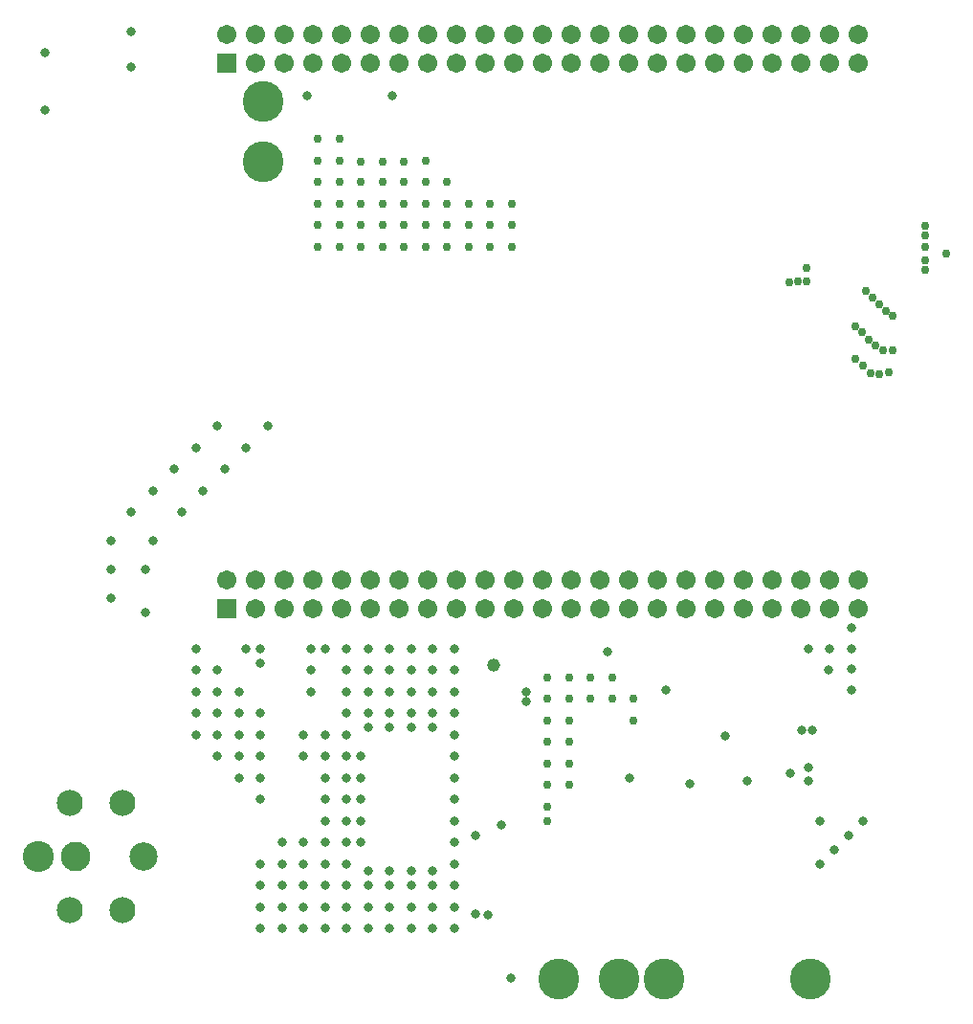
<source format=gbr>
G04 EAGLE Gerber RS-274X export*
G75*
%MOMM*%
%FSLAX34Y34*%
%LPD*%
%INSoldermask Bottom*%
%IPPOS*%
%AMOC8*
5,1,8,0,0,1.08239X$1,22.5*%
G01*
%ADD10R,1.703200X1.703200*%
%ADD11C,1.703200*%
%ADD12C,3.603200*%
%ADD13C,2.503200*%
%ADD14C,2.618200*%
%ADD15C,2.753200*%
%ADD16C,2.303200*%
%ADD17C,0.807200*%
%ADD18C,1.178200*%
%ADD19C,0.762000*%


D10*
X192710Y848660D03*
D11*
X192710Y874060D03*
X218110Y848660D03*
X218110Y874060D03*
X243510Y848660D03*
X243510Y874060D03*
X268910Y848660D03*
X268910Y874060D03*
X294310Y848660D03*
X294310Y874060D03*
X319710Y848660D03*
X319710Y874060D03*
X345110Y848660D03*
X345110Y874060D03*
X370510Y848660D03*
X370510Y874060D03*
X395910Y848660D03*
X395910Y874060D03*
X421310Y848660D03*
X421310Y874060D03*
X446710Y848660D03*
X446710Y874060D03*
X472110Y848660D03*
X472110Y874060D03*
X497510Y848660D03*
X497510Y874060D03*
X522910Y848660D03*
X522910Y874060D03*
X548310Y848660D03*
X548310Y874060D03*
X573710Y848660D03*
X573710Y874060D03*
X599110Y848660D03*
X599110Y874060D03*
X624510Y848660D03*
X624510Y874060D03*
X649910Y848660D03*
X649910Y874060D03*
X675310Y848660D03*
X675310Y874060D03*
X700710Y848660D03*
X700710Y874060D03*
X726110Y848660D03*
X726110Y874060D03*
X751510Y848660D03*
X751510Y874060D03*
D10*
X192710Y366060D03*
D11*
X192710Y391460D03*
X218110Y366060D03*
X218110Y391460D03*
X243510Y366060D03*
X243510Y391460D03*
X268910Y366060D03*
X268910Y391460D03*
X294310Y366060D03*
X294310Y391460D03*
X319710Y366060D03*
X319710Y391460D03*
X345110Y366060D03*
X345110Y391460D03*
X370510Y366060D03*
X370510Y391460D03*
X395910Y366060D03*
X395910Y391460D03*
X421310Y366060D03*
X421310Y391460D03*
X446710Y366060D03*
X446710Y391460D03*
X472110Y366060D03*
X472110Y391460D03*
X497510Y366060D03*
X497510Y391460D03*
X522910Y366060D03*
X522910Y391460D03*
X548310Y366060D03*
X548310Y391460D03*
X573710Y366060D03*
X573710Y391460D03*
X599110Y366060D03*
X599110Y391460D03*
X624510Y366060D03*
X624510Y391460D03*
X649910Y366060D03*
X649910Y391460D03*
X675310Y366060D03*
X675310Y391460D03*
X700710Y366060D03*
X700710Y391460D03*
X726110Y366060D03*
X726110Y391460D03*
X751510Y366060D03*
X751510Y391460D03*
D12*
X708650Y37850D03*
X579050Y37850D03*
X539458Y38280D03*
X486058Y38280D03*
X224264Y760692D03*
X224264Y814092D03*
D13*
X118562Y146644D03*
D14*
X58562Y146644D03*
D15*
X26062Y146644D03*
D16*
X53562Y194144D03*
X100562Y194144D03*
X100562Y99144D03*
X53562Y99144D03*
D17*
X755650Y177800D03*
X742950Y165100D03*
X730250Y152400D03*
X717550Y139700D03*
X717550Y177800D03*
X745490Y293624D03*
X745490Y312081D03*
X745490Y330285D03*
X745490Y348488D03*
X457708Y291846D03*
X457708Y283464D03*
X152400Y450850D03*
X171450Y469900D03*
X190500Y488950D03*
X209550Y508000D03*
X228600Y527050D03*
X184150Y527050D03*
X165100Y508000D03*
X146050Y488950D03*
X127000Y469900D03*
X107950Y450850D03*
X90170Y425450D03*
X90170Y400050D03*
X90170Y374650D03*
X127000Y425450D03*
X120650Y400050D03*
X120650Y361950D03*
X412750Y165100D03*
X412750Y95250D03*
X263144Y819150D03*
X338582Y819912D03*
X107950Y844550D03*
X107950Y876300D03*
X31750Y857250D03*
X31750Y806450D03*
X435610Y174244D03*
D18*
X429006Y315468D03*
D17*
X393700Y330200D03*
X393700Y311150D03*
X393700Y292100D03*
X393700Y273050D03*
X393700Y254000D03*
X393700Y234950D03*
X393700Y215900D03*
X393700Y196850D03*
X393700Y177800D03*
X393700Y158750D03*
X393700Y139700D03*
X393700Y120650D03*
X393700Y101600D03*
X393700Y82550D03*
X374650Y330200D03*
X355600Y330200D03*
X336550Y330200D03*
X317500Y330200D03*
X298450Y330200D03*
X279400Y330200D03*
X266700Y330200D03*
X209550Y330200D03*
X222250Y330200D03*
X298450Y82550D03*
X298450Y101600D03*
X298450Y120650D03*
X298450Y139700D03*
X298450Y158750D03*
X298450Y177800D03*
X298450Y196850D03*
X298450Y215900D03*
X298450Y234950D03*
X298450Y254000D03*
X298450Y273050D03*
X298450Y292100D03*
X298450Y311150D03*
X317500Y311150D03*
X336550Y311150D03*
X355600Y311150D03*
X374650Y311150D03*
X374650Y292100D03*
X355600Y292100D03*
X336550Y292100D03*
X317500Y292100D03*
X317500Y273050D03*
X336550Y273050D03*
X355600Y273050D03*
X374650Y273050D03*
X374650Y260350D03*
X355600Y260350D03*
X336550Y260350D03*
X317500Y260350D03*
X374650Y133350D03*
X355600Y133350D03*
X336550Y133350D03*
X317500Y133350D03*
X317500Y120650D03*
X336550Y120650D03*
X355600Y120650D03*
X374650Y120650D03*
X374650Y101600D03*
X355600Y101600D03*
X336550Y101600D03*
X317500Y101600D03*
X317500Y82550D03*
X336550Y82550D03*
X355600Y82550D03*
X374650Y82550D03*
X279400Y82550D03*
X260350Y82550D03*
X241300Y82550D03*
X222250Y82550D03*
X222250Y101600D03*
X241300Y101600D03*
X260350Y101600D03*
X279400Y101600D03*
X279400Y120650D03*
X260350Y120650D03*
X241300Y120650D03*
X222250Y120650D03*
X222250Y139700D03*
X241300Y139700D03*
X260350Y139700D03*
X279400Y139700D03*
X279400Y158750D03*
X260350Y158750D03*
X241300Y158750D03*
X279400Y177800D03*
X279400Y196850D03*
X279400Y215900D03*
X279400Y234950D03*
X260350Y234950D03*
X260350Y254000D03*
X279400Y254000D03*
X222250Y317500D03*
X311150Y234950D03*
X311150Y215900D03*
X311150Y196850D03*
X311150Y177800D03*
X311150Y158750D03*
X222250Y215900D03*
X203200Y215900D03*
X203200Y234950D03*
X222250Y234950D03*
X222250Y254000D03*
X203200Y254000D03*
X203200Y273050D03*
X222250Y273050D03*
X203200Y292100D03*
X222250Y196850D03*
X266700Y311150D03*
X266700Y292100D03*
X184150Y292100D03*
X184150Y273050D03*
X184150Y254000D03*
X184150Y234950D03*
X165100Y254000D03*
X165100Y273050D03*
X165100Y292100D03*
X184150Y311150D03*
X165100Y311150D03*
X165100Y330200D03*
X707390Y213614D03*
X710692Y258064D03*
X602207Y210847D03*
X691472Y220193D03*
X653034Y213360D03*
X707418Y225526D03*
D19*
X476250Y304800D03*
X495300Y304800D03*
X514350Y304800D03*
X533400Y304800D03*
X476250Y285750D03*
X495300Y285750D03*
X514350Y285750D03*
X533400Y285750D03*
X552450Y285750D03*
X552450Y266700D03*
X495300Y266700D03*
X495300Y247650D03*
X495300Y228600D03*
X495300Y209550D03*
X476250Y190500D03*
X476250Y177800D03*
X476250Y209550D03*
X476250Y228600D03*
X476250Y247650D03*
X476250Y266700D03*
D17*
X549148Y215900D03*
X580644Y294132D03*
X529590Y327660D03*
X633222Y252730D03*
X725424Y330454D03*
X707108Y330454D03*
X701040Y258064D03*
X725170Y311658D03*
D19*
X273050Y685800D03*
X292100Y685800D03*
X311150Y685800D03*
X330200Y685800D03*
X349250Y685800D03*
X368300Y685800D03*
X387350Y685800D03*
X406400Y685800D03*
X425450Y685800D03*
X444500Y685800D03*
X444500Y704850D03*
X444500Y723900D03*
X425450Y723900D03*
X406400Y723900D03*
X387350Y723900D03*
X387350Y742950D03*
X273050Y704850D03*
X273050Y723900D03*
X273050Y742950D03*
X273050Y762000D03*
X273050Y781050D03*
X292100Y781050D03*
X292100Y762000D03*
X292100Y742950D03*
X292100Y723900D03*
X292100Y704850D03*
X311150Y704850D03*
X311150Y723900D03*
X311150Y742950D03*
X311150Y761492D03*
X330200Y761492D03*
X330200Y742950D03*
X330200Y723900D03*
X330200Y704850D03*
X349250Y704850D03*
X349250Y723900D03*
X349250Y742950D03*
X349250Y761238D03*
X368300Y762000D03*
X368300Y742950D03*
X368300Y723900D03*
X368300Y704850D03*
X387350Y704850D03*
X406400Y704850D03*
X425450Y704850D03*
X775716Y629158D03*
X763778Y640842D03*
X781304Y594614D03*
X766572Y598170D03*
X754787Y610007D03*
X748717Y615367D03*
X770128Y573532D03*
X748348Y587058D03*
X705612Y666856D03*
X689864Y654812D03*
X782066Y624840D03*
X769620Y635000D03*
X757936Y646938D03*
X773430Y594614D03*
X760730Y603504D03*
X778002Y574548D03*
X762546Y574332D03*
X755079Y580581D03*
X705612Y655066D03*
X697992Y655066D03*
X810514Y704088D03*
X810514Y665480D03*
X810514Y685800D03*
X828802Y679704D03*
X810514Y673989D03*
X810514Y695579D03*
D17*
X423926Y94488D03*
X444246Y38490D03*
M02*

</source>
